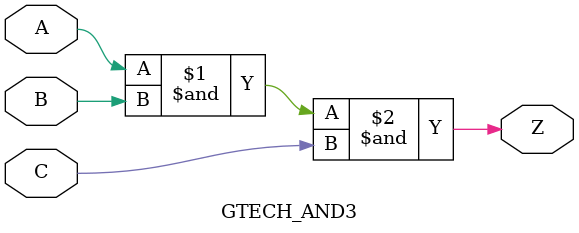
<source format=v>



module GTECH_AND3 (A, B, C, Z);  
	input A, B, C;
	output Z;

	assign Z = A & B & C;
endmodule




</source>
